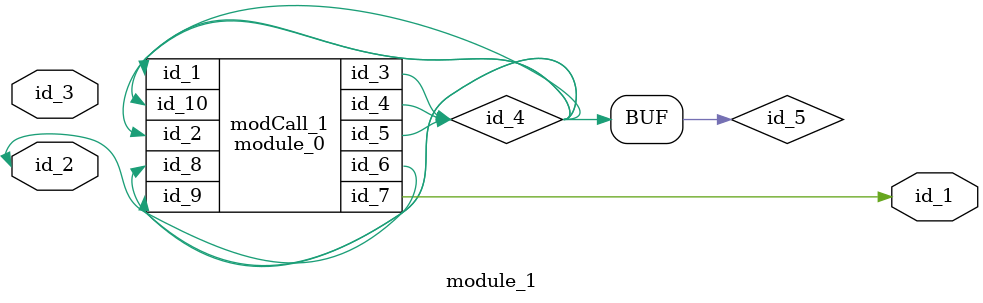
<source format=v>
module module_0 (
    id_1,
    id_2,
    id_3,
    id_4,
    id_5,
    id_6,
    id_7,
    id_8,
    id_9,
    id_10
);
  input wire id_10;
  input wire id_9;
  input wire id_8;
  output wire id_7;
  output wire id_6;
  inout wire id_5;
  inout wire id_4;
  inout wire id_3;
  input wire id_2;
  input wire id_1;
  wire id_11, id_12;
endmodule
module module_1 (
    id_1,
    id_2,
    id_3
);
  inout wire id_3;
  inout wire id_2;
  output wire id_1;
  wire id_4, id_5;
  assign id_4 = id_5;
  module_0 modCall_1 (
      id_4,
      id_4,
      id_5,
      id_4,
      id_4,
      id_2,
      id_1,
      id_5,
      id_4,
      id_5
  );
  wire id_6, id_7;
endmodule

</source>
